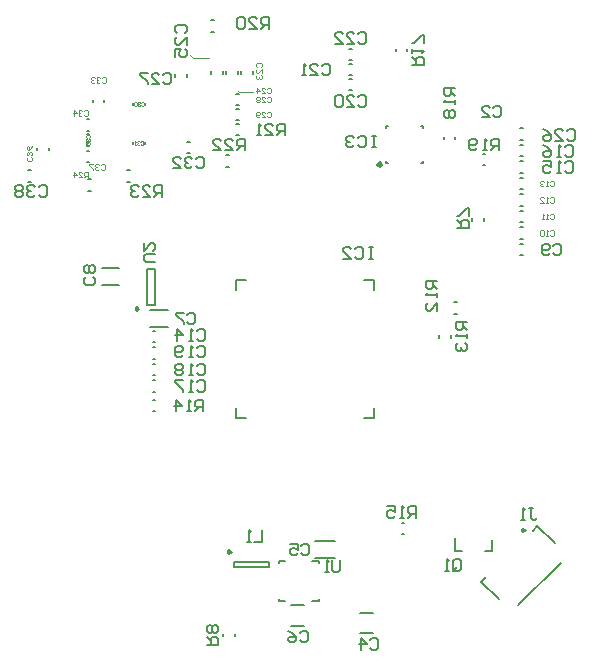
<source format=gbo>
G04*
G04 #@! TF.GenerationSoftware,Altium Limited,Altium Designer,22.3.1 (43)*
G04*
G04 Layer_Color=32896*
%FSLAX25Y25*%
%MOIN*%
G70*
G04*
G04 #@! TF.SameCoordinates,81C90355-7C20-497C-A289-08F7F31E86F5*
G04*
G04*
G04 #@! TF.FilePolarity,Positive*
G04*
G01*
G75*
%ADD10C,0.00984*%
%ADD11C,0.00394*%
%ADD12C,0.00394*%
%ADD13C,0.00591*%
%ADD14C,0.00787*%
%ADD117C,0.01181*%
%ADD139C,0.00236*%
D10*
X211062Y77458D02*
X210324Y77884D01*
Y77032D01*
X211062Y77458D01*
X113012Y70331D02*
X112274Y70757D01*
Y69905D01*
X113012Y70331D01*
X82268Y151315D02*
X81529Y151741D01*
Y150889D01*
X82268Y151315D01*
D11*
X99500Y236000D02*
X100500Y235000D01*
X115500Y224000D02*
X116000Y223500D01*
X120500D01*
X100500Y235000D02*
X106000D01*
X65624Y195016D02*
Y196984D01*
X64640D01*
X64312Y196656D01*
Y196000D01*
X64640Y195672D01*
X65624D01*
X64968D02*
X64312Y195016D01*
X62344D02*
X63656D01*
X62344Y196328D01*
Y196656D01*
X62672Y196984D01*
X63328D01*
X63656Y196656D01*
X60704Y195016D02*
Y196984D01*
X61688Y196000D01*
X60376D01*
X69812Y199156D02*
X70140Y199484D01*
X70796D01*
X71124Y199156D01*
Y197844D01*
X70796Y197516D01*
X70140D01*
X69812Y197844D01*
X69156Y199156D02*
X68828Y199484D01*
X68172D01*
X67844Y199156D01*
Y198828D01*
X68172Y198500D01*
X68500D01*
X68172D01*
X67844Y198172D01*
Y197844D01*
X68172Y197516D01*
X68828D01*
X69156Y197844D01*
X67188Y199484D02*
X65876D01*
Y199156D01*
X67188Y197844D01*
Y197516D01*
X46656Y201688D02*
X46984Y201360D01*
Y200704D01*
X46656Y200376D01*
X45344D01*
X45016Y200704D01*
Y201360D01*
X45344Y201688D01*
X46656Y202344D02*
X46984Y202672D01*
Y203328D01*
X46656Y203656D01*
X46328D01*
X46000Y203328D01*
Y203000D01*
Y203328D01*
X45672Y203656D01*
X45344D01*
X45016Y203328D01*
Y202672D01*
X45344Y202344D01*
X46984Y205624D02*
X46656Y204968D01*
X46000Y204312D01*
X45344D01*
X45016Y204640D01*
Y205296D01*
X45344Y205624D01*
X45672D01*
X46000Y205296D01*
Y204312D01*
X64312Y217156D02*
X64640Y217484D01*
X65296D01*
X65624Y217156D01*
Y215844D01*
X65296Y215516D01*
X64640D01*
X64312Y215844D01*
X63656Y217156D02*
X63328Y217484D01*
X62672D01*
X62344Y217156D01*
Y216828D01*
X62672Y216500D01*
X63000D01*
X62672D01*
X62344Y216172D01*
Y215844D01*
X62672Y215516D01*
X63328D01*
X63656Y215844D01*
X60704Y215516D02*
Y217484D01*
X61688Y216500D01*
X60376D01*
X70312Y228156D02*
X70640Y228484D01*
X71296D01*
X71624Y228156D01*
Y226844D01*
X71296Y226516D01*
X70640D01*
X70312Y226844D01*
X69656Y228156D02*
X69328Y228484D01*
X68672D01*
X68344Y228156D01*
Y227828D01*
X68672Y227500D01*
X69000D01*
X68672D01*
X68344Y227172D01*
Y226844D01*
X68672Y226516D01*
X69328D01*
X69656Y226844D01*
X67688Y228156D02*
X67360Y228484D01*
X66704D01*
X66376Y228156D01*
Y227828D01*
X66704Y227500D01*
X67032D01*
X66704D01*
X66376Y227172D01*
Y226844D01*
X66704Y226516D01*
X67360D01*
X67688Y226844D01*
X125312Y216656D02*
X125640Y216984D01*
X126296D01*
X126624Y216656D01*
Y215344D01*
X126296Y215016D01*
X125640D01*
X125312Y215344D01*
X123344Y215016D02*
X124656D01*
X123344Y216328D01*
Y216656D01*
X123672Y216984D01*
X124328D01*
X124656Y216656D01*
X122688Y215344D02*
X122360Y215016D01*
X121704D01*
X121376Y215344D01*
Y216656D01*
X121704Y216984D01*
X122360D01*
X122688Y216656D01*
Y216328D01*
X122360Y216000D01*
X121376D01*
X125312Y221656D02*
X125640Y221984D01*
X126296D01*
X126624Y221656D01*
Y220344D01*
X126296Y220016D01*
X125640D01*
X125312Y220344D01*
X123344Y220016D02*
X124656D01*
X123344Y221328D01*
Y221656D01*
X123672Y221984D01*
X124328D01*
X124656Y221656D01*
X122688D02*
X122360Y221984D01*
X121704D01*
X121376Y221656D01*
Y221328D01*
X121704Y221000D01*
X121376Y220672D01*
Y220344D01*
X121704Y220016D01*
X122360D01*
X122688Y220344D01*
Y220672D01*
X122360Y221000D01*
X122688Y221328D01*
Y221656D01*
X122360Y221000D02*
X121704D01*
X125312Y224656D02*
X125640Y224984D01*
X126296D01*
X126624Y224656D01*
Y223344D01*
X126296Y223016D01*
X125640D01*
X125312Y223344D01*
X123344Y223016D02*
X124656D01*
X123344Y224328D01*
Y224656D01*
X123672Y224984D01*
X124328D01*
X124656Y224656D01*
X121704Y223016D02*
Y224984D01*
X122688Y224000D01*
X121376D01*
X121844Y231812D02*
X121516Y232140D01*
Y232796D01*
X121844Y233124D01*
X123156D01*
X123484Y232796D01*
Y232140D01*
X123156Y231812D01*
X123484Y229844D02*
Y231156D01*
X122172Y229844D01*
X121844D01*
X121516Y230172D01*
Y230828D01*
X121844Y231156D01*
Y229188D02*
X121516Y228860D01*
Y228204D01*
X121844Y227876D01*
X122172D01*
X122500Y228204D01*
Y228532D01*
Y228204D01*
X122828Y227876D01*
X123156D01*
X123484Y228204D01*
Y228860D01*
X123156Y229188D01*
X219648Y193656D02*
X219976Y193984D01*
X220632D01*
X220960Y193656D01*
Y192344D01*
X220632Y192016D01*
X219976D01*
X219648Y192344D01*
X218992Y192016D02*
X218336D01*
X218664D01*
Y193984D01*
X218992Y193656D01*
X217352D02*
X217024Y193984D01*
X216368D01*
X216040Y193656D01*
Y193328D01*
X216368Y193000D01*
X216696D01*
X216368D01*
X216040Y192672D01*
Y192344D01*
X216368Y192016D01*
X217024D01*
X217352Y192344D01*
X219648Y188156D02*
X219976Y188484D01*
X220632D01*
X220960Y188156D01*
Y186844D01*
X220632Y186516D01*
X219976D01*
X219648Y186844D01*
X218992Y186516D02*
X218336D01*
X218664D01*
Y188484D01*
X218992Y188156D01*
X216040Y186516D02*
X217352D01*
X216040Y187828D01*
Y188156D01*
X216368Y188484D01*
X217024D01*
X217352Y188156D01*
X219648Y182656D02*
X219976Y182984D01*
X220632D01*
X220960Y182656D01*
Y181344D01*
X220632Y181016D01*
X219976D01*
X219648Y181344D01*
X218992Y181016D02*
X218336D01*
X218664D01*
Y182984D01*
X218992Y182656D01*
X217352Y181016D02*
X216696D01*
X217024D01*
Y182984D01*
X217352Y182656D01*
X219648Y177156D02*
X219976Y177484D01*
X220632D01*
X220960Y177156D01*
Y175844D01*
X220632Y175516D01*
X219976D01*
X219648Y175844D01*
X218992Y175516D02*
X218336D01*
X218664D01*
Y177484D01*
X218992Y177156D01*
X217352D02*
X217024Y177484D01*
X216368D01*
X216040Y177156D01*
Y175844D01*
X216368Y175516D01*
X217024D01*
X217352Y175844D01*
Y177156D01*
D12*
X127736Y54374D02*
D03*
D13*
X106606Y243532D02*
X107394D01*
X106606Y247469D02*
X107394D01*
X87106Y138469D02*
X87894D01*
X87106Y134532D02*
X87894D01*
X110532Y42106D02*
Y42894D01*
X114469Y42106D02*
Y42894D01*
X209606Y180032D02*
X210394D01*
X209606Y183969D02*
X210394D01*
X209606Y174532D02*
X210394D01*
X209606Y178469D02*
X210394D01*
X209606Y185532D02*
X210394D01*
X209606Y189469D02*
X210394D01*
X209606Y191032D02*
X210394D01*
X209606Y194969D02*
X210394D01*
X209606Y196532D02*
X210394D01*
X209606Y200469D02*
X210394D01*
X197469Y180606D02*
Y181394D01*
X193532Y180606D02*
Y181394D01*
X184032Y207870D02*
Y208658D01*
X187969Y207870D02*
Y208658D01*
X152606Y227969D02*
X153394D01*
X152606Y224032D02*
X153394D01*
X110469Y229606D02*
Y230394D01*
X106532Y229606D02*
Y230394D01*
X197106Y202968D02*
X197894D01*
X197106Y199031D02*
X197894D01*
X197937Y70350D02*
X200299D01*
X187701D02*
X190063D01*
X200299D02*
Y74287D01*
X187701Y70350D02*
Y74681D01*
X94532Y228606D02*
Y229394D01*
X98469Y228606D02*
Y229394D01*
X160787Y157480D02*
Y160787D01*
X157480D02*
X160787D01*
Y114803D02*
Y118110D01*
X157480Y114803D02*
X160787D01*
X114803D02*
X118110D01*
X114803D02*
Y118110D01*
Y157480D02*
Y160787D01*
X118110D01*
X209606Y172969D02*
X210394D01*
X209606Y169032D02*
X210394D01*
X87106Y140032D02*
X87894D01*
X87106Y143969D02*
X87894D01*
X209606Y205969D02*
X210394D01*
X209606Y202032D02*
X210394D01*
X87106Y123532D02*
X87894D01*
X87106Y127469D02*
X87894D01*
X87106Y129032D02*
X87894D01*
X87106Y132969D02*
X87894D01*
X152606Y232969D02*
X153394D01*
X152606Y229032D02*
X153394D01*
X152606Y237969D02*
X153394D01*
X152606Y234032D02*
X153394D01*
X116532Y229606D02*
Y230394D01*
X120469Y229606D02*
Y230394D01*
X111532Y229606D02*
Y230394D01*
X115469Y229606D02*
Y230394D01*
X209606Y211469D02*
X210394D01*
X209606Y207532D02*
X210394D01*
X114957Y219032D02*
X115744D01*
X114957Y222969D02*
X115744D01*
X114957Y214031D02*
X115744D01*
X114957Y217968D02*
X115744D01*
X84469Y219106D02*
Y219894D01*
X80532Y219106D02*
Y219894D01*
Y206106D02*
Y206894D01*
X84469Y206106D02*
Y206894D01*
X98606Y203032D02*
X99394D01*
X98606Y206969D02*
X99394D01*
X70969Y220106D02*
Y220894D01*
X67032Y220106D02*
Y220894D01*
X65106Y214469D02*
X65894D01*
X65106Y210532D02*
X65894D01*
X65106Y209469D02*
X65894D01*
X65106Y205532D02*
X65894D01*
X48532Y204106D02*
Y204894D01*
X52469Y204106D02*
Y204894D01*
X65106Y200032D02*
X65894D01*
X65106Y203969D02*
X65894D01*
X45606Y197469D02*
X46394D01*
X45606Y193532D02*
X46394D01*
X164701Y211512D02*
Y212299D01*
X165488D01*
X176512D02*
X177299D01*
Y211512D02*
Y212299D01*
X176512Y199701D02*
X177299D01*
Y200488D01*
X164701Y199701D02*
Y200488D01*
Y199701D02*
X165488D01*
X187606Y149532D02*
X188394D01*
X187606Y153469D02*
X188394D01*
X182531Y141606D02*
Y142394D01*
X186468Y141606D02*
Y142394D01*
X87106Y120969D02*
X87894D01*
X87106Y117032D02*
X87894D01*
X170106Y76032D02*
X170894D01*
X170106Y79969D02*
X170894D01*
X168032Y237106D02*
Y237894D01*
X171969Y237106D02*
Y237894D01*
X114957Y209032D02*
X115744D01*
X114957Y212969D02*
X115744D01*
X111606Y198532D02*
X112394D01*
X111606Y202469D02*
X112394D01*
X78606Y193532D02*
X79394D01*
X78606Y197469D02*
X79394D01*
X65606Y190532D02*
X66394D01*
X65606Y194469D02*
X66394D01*
D14*
X208985Y52489D02*
X223011Y66515D01*
X215302Y78850D02*
X221102Y73050D01*
X213771Y77319D02*
X215302Y78850D01*
X196651Y60198D02*
X198182Y61728D01*
X196650Y60198D02*
X202450Y54398D01*
X86275Y145298D02*
X92072D01*
X86275Y150702D02*
X92072D01*
X114094Y66787D02*
X125906D01*
X114094Y65213D02*
X125906D01*
Y66787D01*
X114094Y65213D02*
Y66787D01*
X156335Y43154D02*
X160665D01*
X156335Y49846D02*
X160665D01*
X141154Y73953D02*
X147846D01*
X141154Y68047D02*
X147846D01*
X133335Y52543D02*
X137665D01*
X133335Y45457D02*
X137665D01*
X70101Y164702D02*
X75899D01*
X70101Y159298D02*
X75899D01*
X129114Y67130D02*
X131279D01*
X140335D02*
X142500D01*
X140335Y53744D02*
X142500D01*
X129114D02*
X131279D01*
X129114D02*
Y54374D01*
Y66500D02*
Y67130D01*
X142500Y66500D02*
Y67130D01*
Y53744D02*
Y54374D01*
X85122Y152594D02*
X87878D01*
X85122Y164406D02*
X87878D01*
X85122Y152594D02*
Y164406D01*
X87878Y152594D02*
Y164406D01*
X101796Y132312D02*
X102452Y132968D01*
X103764D01*
X104420Y132312D01*
Y129688D01*
X103764Y129032D01*
X102452D01*
X101796Y129688D01*
X100484Y129032D02*
X99172D01*
X99828D01*
Y132968D01*
X100484Y132312D01*
X97204D02*
X96548Y132968D01*
X95236D01*
X94580Y132312D01*
Y131656D01*
X95236Y131000D01*
X94580Y130344D01*
Y129688D01*
X95236Y129032D01*
X96548D01*
X97204Y129688D01*
Y130344D01*
X96548Y131000D01*
X97204Y131656D01*
Y132312D01*
X96548Y131000D02*
X95236D01*
X155624Y221812D02*
X156280Y222468D01*
X157592D01*
X158248Y221812D01*
Y219188D01*
X157592Y218532D01*
X156280D01*
X155624Y219188D01*
X151688Y218532D02*
X154312D01*
X151688Y221156D01*
Y221812D01*
X152344Y222468D01*
X153656D01*
X154312Y221812D01*
X150376D02*
X149720Y222468D01*
X148408D01*
X147752Y221812D01*
Y219188D01*
X148408Y218532D01*
X149720D01*
X150376Y219188D01*
Y221812D01*
X101796Y143812D02*
X102452Y144468D01*
X103764D01*
X104420Y143812D01*
Y141188D01*
X103764Y140532D01*
X102452D01*
X101796Y141188D01*
X100484Y140532D02*
X99172D01*
X99828D01*
Y144468D01*
X100484Y143812D01*
X95236Y140532D02*
Y144468D01*
X97204Y142500D01*
X94580D01*
X90248Y188532D02*
Y192468D01*
X88280D01*
X87624Y191812D01*
Y190500D01*
X88280Y189844D01*
X90248D01*
X88936D02*
X87624Y188532D01*
X83688D02*
X86312D01*
X83688Y191156D01*
Y191812D01*
X84344Y192468D01*
X85656D01*
X86312Y191812D01*
X82376D02*
X81720Y192468D01*
X80408D01*
X79752Y191812D01*
Y191156D01*
X80408Y190500D01*
X81064D01*
X80408D01*
X79752Y189844D01*
Y189188D01*
X80408Y188532D01*
X81720D01*
X82376Y189188D01*
X117748Y204032D02*
Y207968D01*
X115780D01*
X115124Y207312D01*
Y206000D01*
X115780Y205344D01*
X117748D01*
X116436D02*
X115124Y204032D01*
X111188D02*
X113812D01*
X111188Y206656D01*
Y207312D01*
X111844Y207968D01*
X113156D01*
X113812Y207312D01*
X107252Y204032D02*
X109876D01*
X107252Y206656D01*
Y207312D01*
X107908Y207968D01*
X109220D01*
X109876Y207312D01*
X131092Y209032D02*
Y212968D01*
X129124D01*
X128468Y212312D01*
Y211000D01*
X129124Y210344D01*
X131092D01*
X129780D02*
X128468Y209032D01*
X124532D02*
X127156D01*
X124532Y211656D01*
Y212312D01*
X125188Y212968D01*
X126500D01*
X127156Y212312D01*
X123220Y209032D02*
X121908D01*
X122564D01*
Y212968D01*
X123220Y212312D01*
X125748Y244532D02*
Y248468D01*
X123780D01*
X123124Y247812D01*
Y246500D01*
X123780Y245844D01*
X125748D01*
X124436D02*
X123124Y244532D01*
X119188D02*
X121812D01*
X119188Y247156D01*
Y247812D01*
X119844Y248468D01*
X121156D01*
X121812Y247812D01*
X117876D02*
X117220Y248468D01*
X115908D01*
X115252Y247812D01*
Y245188D01*
X115908Y244532D01*
X117220D01*
X117876Y245188D01*
Y247812D01*
X202420Y204032D02*
Y207968D01*
X200452D01*
X199796Y207312D01*
Y206000D01*
X200452Y205344D01*
X202420D01*
X201108D02*
X199796Y204032D01*
X198484D02*
X197172D01*
X197828D01*
Y207968D01*
X198484Y207312D01*
X195204Y204688D02*
X194548Y204032D01*
X193236D01*
X192580Y204688D01*
Y207312D01*
X193236Y207968D01*
X194548D01*
X195204Y207312D01*
Y206656D01*
X194548Y206000D01*
X192580D01*
X161420Y208968D02*
X160108D01*
X160764D01*
Y205032D01*
X161420D01*
X160108D01*
X155516Y208312D02*
X156172Y208968D01*
X157484D01*
X158140Y208312D01*
Y205688D01*
X157484Y205032D01*
X156172D01*
X155516Y205688D01*
X154204Y208312D02*
X153548Y208968D01*
X152236D01*
X151580Y208312D01*
Y207656D01*
X152236Y207000D01*
X152892D01*
X152236D01*
X151580Y206344D01*
Y205688D01*
X152236Y205032D01*
X153548D01*
X154204Y205688D01*
X160367Y171912D02*
X159055D01*
X159711D01*
Y167976D01*
X160367D01*
X159055D01*
X154464Y171256D02*
X155120Y171912D01*
X156432D01*
X157088Y171256D01*
Y168632D01*
X156432Y167976D01*
X155120D01*
X154464Y168632D01*
X150528Y167976D02*
X153152D01*
X150528Y170600D01*
Y171256D01*
X151184Y171912D01*
X152496D01*
X153152Y171256D01*
X49124Y191812D02*
X49780Y192468D01*
X51092D01*
X51748Y191812D01*
Y189188D01*
X51092Y188532D01*
X49780D01*
X49124Y189188D01*
X47812Y191812D02*
X47156Y192468D01*
X45844D01*
X45188Y191812D01*
Y191156D01*
X45844Y190500D01*
X46500D01*
X45844D01*
X45188Y189844D01*
Y189188D01*
X45844Y188532D01*
X47156D01*
X47812Y189188D01*
X43876Y191812D02*
X43220Y192468D01*
X41908D01*
X41252Y191812D01*
Y191156D01*
X41908Y190500D01*
X41252Y189844D01*
Y189188D01*
X41908Y188532D01*
X43220D01*
X43876Y189188D01*
Y189844D01*
X43220Y190500D01*
X43876Y191156D01*
Y191812D01*
X43220Y190500D02*
X41908D01*
X101624Y201312D02*
X102280Y201968D01*
X103592D01*
X104248Y201312D01*
Y198688D01*
X103592Y198032D01*
X102280D01*
X101624Y198688D01*
X100312Y201312D02*
X99656Y201968D01*
X98344D01*
X97688Y201312D01*
Y200656D01*
X98344Y200000D01*
X99000D01*
X98344D01*
X97688Y199344D01*
Y198688D01*
X98344Y198032D01*
X99656D01*
X100312Y198688D01*
X93752Y198032D02*
X96376D01*
X93752Y200656D01*
Y201312D01*
X94408Y201968D01*
X95720D01*
X96376Y201312D01*
X90624Y229312D02*
X91280Y229968D01*
X92592D01*
X93248Y229312D01*
Y226688D01*
X92592Y226032D01*
X91280D01*
X90624Y226688D01*
X86688Y226032D02*
X89312D01*
X86688Y228656D01*
Y229312D01*
X87344Y229968D01*
X88656D01*
X89312Y229312D01*
X85376Y229968D02*
X82752D01*
Y229312D01*
X85376Y226688D01*
Y226032D01*
X225124Y210592D02*
X225780Y211248D01*
X227092D01*
X227748Y210592D01*
Y207968D01*
X227092Y207312D01*
X225780D01*
X225124Y207968D01*
X221188Y207312D02*
X223812D01*
X221188Y209936D01*
Y210592D01*
X221844Y211248D01*
X223156D01*
X223812Y210592D01*
X217252Y211248D02*
X218564Y210592D01*
X219876Y209280D01*
Y207968D01*
X219220Y207312D01*
X217908D01*
X217252Y207968D01*
Y208624D01*
X217908Y209280D01*
X219876D01*
X95188Y243124D02*
X94532Y243780D01*
Y245092D01*
X95188Y245748D01*
X97812D01*
X98468Y245092D01*
Y243780D01*
X97812Y243124D01*
X98468Y239188D02*
Y241812D01*
X95844Y239188D01*
X95188D01*
X94532Y239844D01*
Y241156D01*
X95188Y241812D01*
X94532Y235252D02*
Y237876D01*
X96500D01*
X95844Y236564D01*
Y235908D01*
X96500Y235252D01*
X97812D01*
X98468Y235908D01*
Y237220D01*
X97812Y237876D01*
X101796Y138312D02*
X102452Y138968D01*
X103764D01*
X104420Y138312D01*
Y135688D01*
X103764Y135032D01*
X102452D01*
X101796Y135688D01*
X100484Y135032D02*
X99172D01*
X99828D01*
Y138968D01*
X100484Y138312D01*
X97204Y135688D02*
X96548Y135032D01*
X95236D01*
X94580Y135688D01*
Y138312D01*
X95236Y138968D01*
X96548D01*
X97204Y138312D01*
Y137656D01*
X96548Y137000D01*
X94580D01*
X143468Y232312D02*
X144124Y232968D01*
X145436D01*
X146092Y232312D01*
Y229688D01*
X145436Y229032D01*
X144124D01*
X143468Y229688D01*
X139532Y229032D02*
X142156D01*
X139532Y231656D01*
Y232312D01*
X140188Y232968D01*
X141500D01*
X142156Y232312D01*
X138220Y229032D02*
X136908D01*
X137564D01*
Y232968D01*
X138220Y232312D01*
X155624Y242812D02*
X156280Y243468D01*
X157592D01*
X158248Y242812D01*
Y240188D01*
X157592Y239532D01*
X156280D01*
X155624Y240188D01*
X151688Y239532D02*
X154312D01*
X151688Y242156D01*
Y242812D01*
X152344Y243468D01*
X153656D01*
X154312Y242812D01*
X147752Y239532D02*
X150376D01*
X147752Y242156D01*
Y242812D01*
X148408Y243468D01*
X149720D01*
X150376Y242812D01*
X105032Y39220D02*
X108968D01*
Y41188D01*
X108312Y41844D01*
X107000D01*
X106344Y41188D01*
Y39220D01*
Y40532D02*
X105032Y41844D01*
X108312Y43156D02*
X108968Y43812D01*
Y45124D01*
X108312Y45780D01*
X107656D01*
X107000Y45124D01*
X106344Y45780D01*
X105688D01*
X105032Y45124D01*
Y43812D01*
X105688Y43156D01*
X106344D01*
X107000Y43812D01*
X107656Y43156D01*
X108312D01*
X107000Y43812D02*
Y45124D01*
X173532Y232580D02*
X177468D01*
Y234548D01*
X176812Y235204D01*
X175500D01*
X174844Y234548D01*
Y232580D01*
Y233892D02*
X173532Y235204D01*
Y236516D02*
Y237828D01*
Y237172D01*
X177468D01*
X176812Y236516D01*
X177468Y239796D02*
Y242420D01*
X176812D01*
X174188Y239796D01*
X173532D01*
X187968Y224683D02*
X184032D01*
Y222715D01*
X184688Y222060D01*
X186000D01*
X186656Y222715D01*
Y224683D01*
Y223372D02*
X187968Y222060D01*
Y220748D02*
Y219436D01*
Y220092D01*
X184032D01*
X184688Y220748D01*
Y217468D02*
X184032Y216812D01*
Y215500D01*
X184688Y214844D01*
X185344D01*
X186000Y215500D01*
X186656Y214844D01*
X187312D01*
X187968Y215500D01*
Y216812D01*
X187312Y217468D01*
X186656D01*
X186000Y216812D01*
X185344Y217468D01*
X184688D01*
X186000Y216812D02*
Y215500D01*
X159656Y40812D02*
X160312Y41468D01*
X161624D01*
X162280Y40812D01*
Y38188D01*
X161624Y37532D01*
X160312D01*
X159656Y38188D01*
X156376Y37532D02*
Y41468D01*
X158344Y39500D01*
X155720D01*
X87968Y166720D02*
X84688D01*
X84032Y167376D01*
Y168688D01*
X84688Y169344D01*
X87968D01*
X84032Y173280D02*
Y170656D01*
X86656Y173280D01*
X87312D01*
X87968Y172624D01*
Y171312D01*
X87312Y170656D01*
X123624Y77468D02*
Y73532D01*
X121000D01*
X119688D02*
X118376D01*
X119032D01*
Y77468D01*
X119688Y76812D01*
X136156Y43312D02*
X136812Y43968D01*
X138124D01*
X138780Y43312D01*
Y40688D01*
X138124Y40032D01*
X136812D01*
X136156Y40688D01*
X132220Y43968D02*
X133532Y43312D01*
X134844Y42000D01*
Y40688D01*
X134188Y40032D01*
X132876D01*
X132220Y40688D01*
Y41344D01*
X132876Y42000D01*
X134844D01*
X191968Y146920D02*
X188032D01*
Y144952D01*
X188688Y144296D01*
X190000D01*
X190656Y144952D01*
Y146920D01*
Y145608D02*
X191968Y144296D01*
Y142984D02*
Y141672D01*
Y142328D01*
X188032D01*
X188688Y142984D01*
Y139704D02*
X188032Y139048D01*
Y137736D01*
X188688Y137080D01*
X189344D01*
X190000Y137736D01*
Y138392D01*
Y137736D01*
X190656Y137080D01*
X191312D01*
X191968Y137736D01*
Y139048D01*
X191312Y139704D01*
X174920Y81532D02*
Y85468D01*
X172952D01*
X172296Y84812D01*
Y83500D01*
X172952Y82844D01*
X174920D01*
X173608D02*
X172296Y81532D01*
X170984D02*
X169672D01*
X170328D01*
Y85468D01*
X170984Y84812D01*
X165080Y85468D02*
X167704D01*
Y83500D01*
X166392Y84156D01*
X165736D01*
X165080Y83500D01*
Y82188D01*
X165736Y81532D01*
X167048D01*
X167704Y82188D01*
X103920Y117032D02*
Y120968D01*
X101952D01*
X101296Y120312D01*
Y119000D01*
X101952Y118344D01*
X103920D01*
X102608D02*
X101296Y117032D01*
X99984D02*
X98672D01*
X99328D01*
Y120968D01*
X99984Y120312D01*
X94736Y117032D02*
Y120968D01*
X96704Y119000D01*
X94080D01*
X181968Y160420D02*
X178032D01*
Y158452D01*
X178688Y157796D01*
X180000D01*
X180656Y158452D01*
Y160420D01*
Y159108D02*
X181968Y157796D01*
Y156484D02*
Y155172D01*
Y155828D01*
X178032D01*
X178688Y156484D01*
X181968Y150580D02*
Y153204D01*
X179344Y150580D01*
X178688D01*
X178032Y151236D01*
Y152548D01*
X178688Y153204D01*
X212433Y84944D02*
X213745D01*
X213089D01*
Y81665D01*
X213745Y81008D01*
X214401D01*
X215057Y81665D01*
X211121Y81008D02*
X209809D01*
X210465D01*
Y84944D01*
X211121Y84288D01*
X149624Y67468D02*
Y64188D01*
X148968Y63532D01*
X147656D01*
X147000Y64188D01*
Y67468D01*
X145688Y63532D02*
X144376D01*
X145032D01*
Y67468D01*
X145688Y66812D01*
X188532Y178220D02*
X192468D01*
Y180188D01*
X191812Y180844D01*
X190500D01*
X189844Y180188D01*
Y178220D01*
Y179532D02*
X188532Y180844D01*
X192468Y182156D02*
Y184780D01*
X191812D01*
X189188Y182156D01*
X188532D01*
X187240Y64412D02*
Y67036D01*
X187896Y67692D01*
X189208D01*
X189864Y67036D01*
Y64412D01*
X189208Y63756D01*
X187896D01*
X188552Y65068D02*
X187240Y63756D01*
X187896D02*
X187240Y64412D01*
X185928Y63756D02*
X184616D01*
X185272D01*
Y67692D01*
X185928Y67036D01*
X101796Y126812D02*
X102452Y127468D01*
X103764D01*
X104420Y126812D01*
Y124188D01*
X103764Y123532D01*
X102452D01*
X101796Y124188D01*
X100484Y123532D02*
X99172D01*
X99828D01*
Y127468D01*
X100484Y126812D01*
X97204Y127468D02*
X94580D01*
Y126812D01*
X97204Y124188D01*
Y123532D01*
X224468Y205266D02*
X225124Y205922D01*
X226436D01*
X227092Y205266D01*
Y202642D01*
X226436Y201986D01*
X225124D01*
X224468Y202642D01*
X223156Y201986D02*
X221844D01*
X222500D01*
Y205922D01*
X223156Y205266D01*
X217252Y205922D02*
X218564Y205266D01*
X219876Y203954D01*
Y202642D01*
X219220Y201986D01*
X217908D01*
X217252Y202642D01*
Y203298D01*
X217908Y203954D01*
X219876D01*
X224468Y199940D02*
X225124Y200596D01*
X226436D01*
X227092Y199940D01*
Y197316D01*
X226436Y196660D01*
X225124D01*
X224468Y197316D01*
X223156Y196660D02*
X221844D01*
X222500D01*
Y200596D01*
X223156Y199940D01*
X217252Y200596D02*
X219876D01*
Y198628D01*
X218564Y199284D01*
X217908D01*
X217252Y198628D01*
Y197316D01*
X217908Y196660D01*
X219220D01*
X219876Y197316D01*
X67312Y161844D02*
X67968Y161188D01*
Y159876D01*
X67312Y159220D01*
X64688D01*
X64032Y159876D01*
Y161188D01*
X64688Y161844D01*
X67312Y163156D02*
X67968Y163812D01*
Y165124D01*
X67312Y165780D01*
X66656D01*
X66000Y165124D01*
X65344Y165780D01*
X64688D01*
X64032Y165124D01*
Y163812D01*
X64688Y163156D01*
X65344D01*
X66000Y163812D01*
X66656Y163156D01*
X67312D01*
X66000Y163812D02*
Y165124D01*
X98656Y149312D02*
X99312Y149968D01*
X100624D01*
X101280Y149312D01*
Y146688D01*
X100624Y146032D01*
X99312D01*
X98656Y146688D01*
X97344Y149968D02*
X94720D01*
Y149312D01*
X97344Y146688D01*
Y146032D01*
X136656Y72312D02*
X137312Y72968D01*
X138624D01*
X139280Y72312D01*
Y69688D01*
X138624Y69032D01*
X137312D01*
X136656Y69688D01*
X132720Y72968D02*
X135344D01*
Y71000D01*
X134032Y71656D01*
X133376D01*
X132720Y71000D01*
Y69688D01*
X133376Y69032D01*
X134688D01*
X135344Y69688D01*
X200656Y218312D02*
X201312Y218968D01*
X202624D01*
X203280Y218312D01*
Y215688D01*
X202624Y215032D01*
X201312D01*
X200656Y215688D01*
X196720Y215032D02*
X199344D01*
X196720Y217656D01*
Y218312D01*
X197376Y218968D01*
X198688D01*
X199344Y218312D01*
X220656Y172312D02*
X221312Y172968D01*
X222624D01*
X223280Y172312D01*
Y169688D01*
X222624Y169032D01*
X221312D01*
X220656Y169688D01*
X219344D02*
X218688Y169032D01*
X217376D01*
X216720Y169688D01*
Y172312D01*
X217376Y172968D01*
X218688D01*
X219344Y172312D01*
Y171656D01*
X218688Y171000D01*
X216720D01*
D117*
X163323Y199307D02*
X162732Y199898D01*
X162142Y199307D01*
X162732Y198716D01*
X163323Y199307D01*
D139*
X65106Y208287D02*
X64910Y208484D01*
Y208877D01*
X65106Y209074D01*
X65894D01*
X66090Y208877D01*
Y208484D01*
X65894Y208287D01*
X65106Y207894D02*
X64910Y207697D01*
Y207303D01*
X65106Y207106D01*
X65303D01*
X65500Y207303D01*
Y207500D01*
Y207303D01*
X65697Y207106D01*
X65894D01*
X66090Y207303D01*
Y207697D01*
X65894Y207894D01*
X64910Y205926D02*
Y206713D01*
X65500D01*
X65303Y206319D01*
Y206122D01*
X65500Y205926D01*
X65894D01*
X66090Y206122D01*
Y206516D01*
X65894Y206713D01*
X83090Y206894D02*
X83287Y207090D01*
X83681D01*
X83877Y206894D01*
Y206106D01*
X83681Y205910D01*
X83287D01*
X83090Y206106D01*
X82697Y206894D02*
X82500Y207090D01*
X82106D01*
X81910Y206894D01*
Y206697D01*
X82106Y206500D01*
X82303D01*
X82106D01*
X81910Y206303D01*
Y206106D01*
X82106Y205910D01*
X82500D01*
X82697Y206106D01*
X81516Y205910D02*
X81122D01*
X81319D01*
Y207090D01*
X81516Y206894D01*
X83287Y219894D02*
X83484Y220090D01*
X83877D01*
X84074Y219894D01*
Y219106D01*
X83877Y218910D01*
X83484D01*
X83287Y219106D01*
X82894Y219894D02*
X82697Y220090D01*
X82303D01*
X82106Y219894D01*
Y219697D01*
X82303Y219500D01*
X82500D01*
X82303D01*
X82106Y219303D01*
Y219106D01*
X82303Y218910D01*
X82697D01*
X82894Y219106D01*
X81713Y219894D02*
X81516Y220090D01*
X81122D01*
X80926Y219894D01*
Y219106D01*
X81122Y218910D01*
X81516D01*
X81713Y219106D01*
Y219894D01*
M02*

</source>
